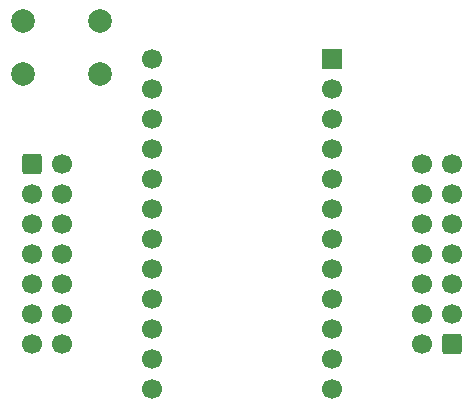
<source format=gbs>
%TF.GenerationSoftware,KiCad,Pcbnew,(6.0.10-0)*%
%TF.CreationDate,2023-01-12T22:41:03+08:00*%
%TF.ProjectId,Control,436f6e74-726f-46c2-9e6b-696361645f70,V3.2.2*%
%TF.SameCoordinates,PX7df6180PY32de760*%
%TF.FileFunction,Soldermask,Bot*%
%TF.FilePolarity,Negative*%
%FSLAX46Y46*%
G04 Gerber Fmt 4.6, Leading zero omitted, Abs format (unit mm)*
G04 Created by KiCad (PCBNEW (6.0.10-0)) date 2023-01-12 22:41:03*
%MOMM*%
%LPD*%
G01*
G04 APERTURE LIST*
G04 Aperture macros list*
%AMRoundRect*
0 Rectangle with rounded corners*
0 $1 Rounding radius*
0 $2 $3 $4 $5 $6 $7 $8 $9 X,Y pos of 4 corners*
0 Add a 4 corners polygon primitive as box body*
4,1,4,$2,$3,$4,$5,$6,$7,$8,$9,$2,$3,0*
0 Add four circle primitives for the rounded corners*
1,1,$1+$1,$2,$3*
1,1,$1+$1,$4,$5*
1,1,$1+$1,$6,$7*
1,1,$1+$1,$8,$9*
0 Add four rect primitives between the rounded corners*
20,1,$1+$1,$2,$3,$4,$5,0*
20,1,$1+$1,$4,$5,$6,$7,0*
20,1,$1+$1,$6,$7,$8,$9,0*
20,1,$1+$1,$8,$9,$2,$3,0*%
G04 Aperture macros list end*
%ADD10C,1.700000*%
%ADD11R,1.700000X1.700000*%
%ADD12RoundRect,0.250000X-0.600000X-0.600000X0.600000X-0.600000X0.600000X0.600000X-0.600000X0.600000X0*%
%ADD13RoundRect,0.250000X0.600000X0.600000X-0.600000X0.600000X-0.600000X-0.600000X0.600000X-0.600000X0*%
%ADD14C,2.000000*%
G04 APERTURE END LIST*
D10*
%TO.C,U1*%
X0Y0D03*
X0Y-2540000D03*
X0Y-5080000D03*
X0Y-7620000D03*
X0Y-10160000D03*
X0Y-12700000D03*
X0Y-15240000D03*
X0Y-17780000D03*
X0Y-20320000D03*
X0Y-22860000D03*
X0Y-25400000D03*
X0Y-27940000D03*
X15240000Y-27940000D03*
X15240000Y-25400000D03*
X15240000Y-22860000D03*
X15240000Y-20320000D03*
X15240000Y-17780000D03*
X15240000Y-15240000D03*
X15240000Y-12700000D03*
X15240000Y-10160000D03*
X15240000Y-7620000D03*
X15240000Y-5080000D03*
X15240000Y-2540000D03*
D11*
X15240000Y0D03*
%TD*%
D12*
%TO.C,J1*%
X-10160000Y-8890000D03*
D10*
X-7620000Y-8890000D03*
X-10160000Y-11430000D03*
X-7620000Y-11430000D03*
X-10160000Y-13970000D03*
X-7620000Y-13970000D03*
X-10160000Y-16510000D03*
X-7620000Y-16510000D03*
X-10160000Y-19050000D03*
X-7620000Y-19050000D03*
X-10160000Y-21590000D03*
X-7620000Y-21590000D03*
X-10160000Y-24130000D03*
X-7620000Y-24130000D03*
%TD*%
D13*
%TO.C,J2*%
X25400000Y-24130000D03*
D10*
X22860000Y-24130000D03*
X25400000Y-21590000D03*
X22860000Y-21590000D03*
X25400000Y-19050000D03*
X22860000Y-19050000D03*
X25400000Y-16510000D03*
X22860000Y-16510000D03*
X25400000Y-13970000D03*
X22860000Y-13970000D03*
X25400000Y-11430000D03*
X22860000Y-11430000D03*
X25400000Y-8890000D03*
X22860000Y-8890000D03*
%TD*%
D14*
%TO.C,SW1*%
X-10945000Y3230000D03*
X-10945000Y-1270000D03*
X-4445000Y3230000D03*
X-4445000Y-1270000D03*
%TD*%
M02*

</source>
